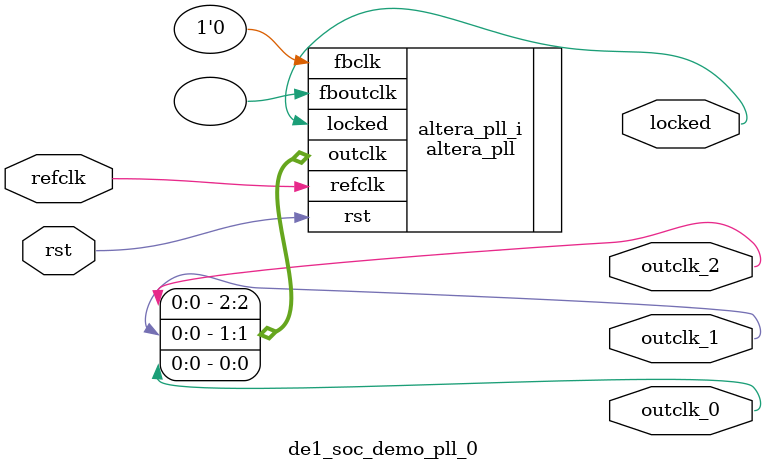
<source format=v>
`timescale 1ns/10ps
module  de1_soc_demo_pll_0(

	// interface 'refclk'
	input wire refclk,

	// interface 'reset'
	input wire rst,

	// interface 'outclk0'
	output wire outclk_0,

	// interface 'outclk1'
	output wire outclk_1,

	// interface 'outclk2'
	output wire outclk_2,

	// interface 'locked'
	output wire locked
);

	altera_pll #(
		.fractional_vco_multiplier("false"),
		.reference_clock_frequency("50.0 MHz"),
		.operation_mode("normal"),
		.number_of_clocks(3),
		.output_clock_frequency0("50.000000 MHz"),
		.phase_shift0("0 ps"),
		.duty_cycle0(50),
		.output_clock_frequency1("100.000000 MHz"),
		.phase_shift1("0 ps"),
		.duty_cycle1(50),
		.output_clock_frequency2("100.000000 MHz"),
		.phase_shift2("-3750 ps"),
		.duty_cycle2(50),
		.output_clock_frequency3("0 MHz"),
		.phase_shift3("0 ps"),
		.duty_cycle3(50),
		.output_clock_frequency4("0 MHz"),
		.phase_shift4("0 ps"),
		.duty_cycle4(50),
		.output_clock_frequency5("0 MHz"),
		.phase_shift5("0 ps"),
		.duty_cycle5(50),
		.output_clock_frequency6("0 MHz"),
		.phase_shift6("0 ps"),
		.duty_cycle6(50),
		.output_clock_frequency7("0 MHz"),
		.phase_shift7("0 ps"),
		.duty_cycle7(50),
		.output_clock_frequency8("0 MHz"),
		.phase_shift8("0 ps"),
		.duty_cycle8(50),
		.output_clock_frequency9("0 MHz"),
		.phase_shift9("0 ps"),
		.duty_cycle9(50),
		.output_clock_frequency10("0 MHz"),
		.phase_shift10("0 ps"),
		.duty_cycle10(50),
		.output_clock_frequency11("0 MHz"),
		.phase_shift11("0 ps"),
		.duty_cycle11(50),
		.output_clock_frequency12("0 MHz"),
		.phase_shift12("0 ps"),
		.duty_cycle12(50),
		.output_clock_frequency13("0 MHz"),
		.phase_shift13("0 ps"),
		.duty_cycle13(50),
		.output_clock_frequency14("0 MHz"),
		.phase_shift14("0 ps"),
		.duty_cycle14(50),
		.output_clock_frequency15("0 MHz"),
		.phase_shift15("0 ps"),
		.duty_cycle15(50),
		.output_clock_frequency16("0 MHz"),
		.phase_shift16("0 ps"),
		.duty_cycle16(50),
		.output_clock_frequency17("0 MHz"),
		.phase_shift17("0 ps"),
		.duty_cycle17(50),
		.pll_type("General"),
		.pll_subtype("General")
	) altera_pll_i (
		.rst	(rst),
		.outclk	({outclk_2, outclk_1, outclk_0}),
		.locked	(locked),
		.fboutclk	( ),
		.fbclk	(1'b0),
		.refclk	(refclk)
	);
endmodule


</source>
